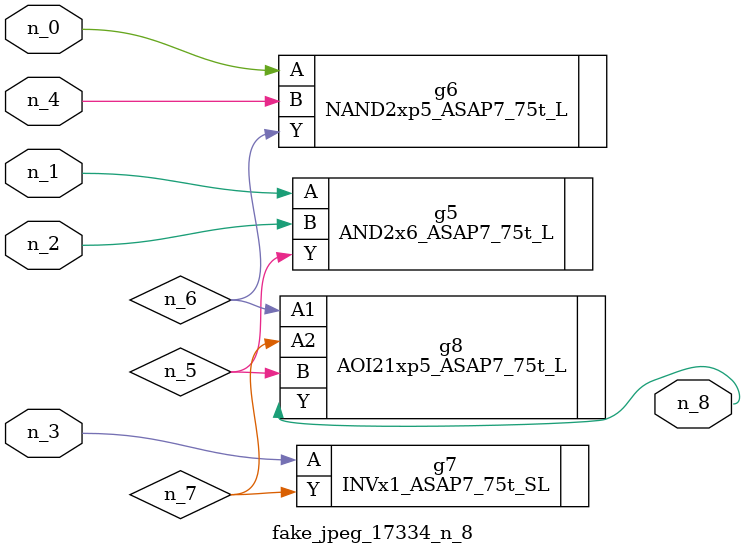
<source format=v>
module fake_jpeg_17334_n_8 (n_3, n_2, n_1, n_0, n_4, n_8);

input n_3;
input n_2;
input n_1;
input n_0;
input n_4;

output n_8;

wire n_6;
wire n_5;
wire n_7;

AND2x6_ASAP7_75t_L g5 ( 
.A(n_1),
.B(n_2),
.Y(n_5)
);

NAND2xp5_ASAP7_75t_L g6 ( 
.A(n_0),
.B(n_4),
.Y(n_6)
);

INVx1_ASAP7_75t_SL g7 ( 
.A(n_3),
.Y(n_7)
);

AOI21xp5_ASAP7_75t_L g8 ( 
.A1(n_6),
.A2(n_7),
.B(n_5),
.Y(n_8)
);


endmodule
</source>
